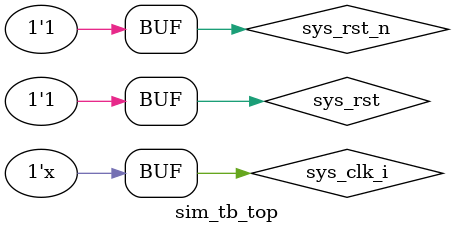
<source format=v>

`timescale 1ns/1ps

module sim_tb_top;


   //***************************************************************************
   // Traffic Gen related parameters
   //***************************************************************************
   parameter SIMULATION            = "TRUE";
   parameter BEGIN_ADDRESS         = 32'h00000000;
   parameter END_ADDRESS           = 32'h00000fff;
   parameter PRBS_EADDR_MASK_POS   = 32'hff000000;

   //***************************************************************************
   // The following parameters refer to width of various ports
   //***************************************************************************
   parameter COL_WIDTH             = 10;
                                     // # of memory Column Address bits.
   parameter CS_WIDTH              = 1;
                                     // # of unique CS outputs to memory.
   parameter DM_WIDTH              = 2;
                                     // # of DM (data mask)
   parameter DQ_WIDTH              = 16;
                                     // # of DQ (data)
   parameter DQS_WIDTH             = 2;
   parameter DQS_CNT_WIDTH         = 1;
                                     // = ceil(log2(DQS_WIDTH))
   parameter DRAM_WIDTH            = 8;
                                     // # of DQ per DQS
   parameter ECC                   = "OFF";
   parameter RANKS                 = 1;
                                     // # of Ranks.
   parameter ODT_WIDTH             = 1;
                                     // # of ODT outputs to memory.
   parameter ROW_WIDTH             = 14;
                                     // # of memory Row Address bits.
   parameter ADDR_WIDTH            = 28;
                                     // # = RANK_WIDTH + BANK_WIDTH
                                     //     + ROW_WIDTH + COL_WIDTH;
                                     // Chip Select is always tied to low for
                                     // single rank devices
   //***************************************************************************
   // The following parameters are mode register settings
   //***************************************************************************
   parameter BURST_MODE            = "8";
                                     // DDR3 SDRAM:
                                     // Burst Length (Mode Register 0).
                                     // # = "8", "4", "OTF".
                                     // DDR2 SDRAM:
                                     // Burst Length (Mode Register).
                                     // # = "8", "4".
   parameter CA_MIRROR             = "OFF";
                                     // C/A mirror opt for DDR3 dual rank
   
   //***************************************************************************
   // The following parameters are multiplier and divisor factors for PLLE2.
   // Based on the selected design frequency these parameters vary.
   //***************************************************************************
   parameter CLKIN_PERIOD          = 10;  //Ĭ��5000
                                     // Input Clock Period


   //***************************************************************************
   // Simulation parameters
   //***************************************************************************
   parameter SIM_BYPASS_INIT_CAL   = "SIM_INIT_CAL_FULL";//Ĭ��FAST
                                     // # = "SIM_INIT_CAL_FULL" -  Complete
                                     //              memory init &
                                     //              calibration sequence
                                     // # = "SKIP" - Not supported
                                     // # = "FAST" - Complete memory init & use
                                     //              abbreviated calib sequence

   //***************************************************************************
   // IODELAY and PHY related parameters
   //***************************************************************************
   parameter TCQ                   = 100;
   //***************************************************************************
   // IODELAY and PHY related parameters
   //***************************************************************************
   parameter RST_ACT_LOW           = 1;
                                     // =1 for active low reset,
                                     // =0 for active high.

   //***************************************************************************
   // Referece clock frequency parameters
   //***************************************************************************
   parameter REFCLK_FREQ           = 100.0; //Ĭ��200
                                     // IODELAYCTRL reference clock frequency
   //***************************************************************************
   // System clock frequency parameters
   //***************************************************************************
   parameter tCK                   = 2.5;
                                     // memory tCK paramter.
                     // # = Clock Period in pS.
   parameter nCK_PER_CLK           = 4;
                                     // # of memory CKs per fabric CLK

   
   //***************************************************************************
   // AXI4 Shim parameters
   //***************************************************************************
   parameter C_S_AXI_ID_WIDTH              = 4;
                                             // Width of all master and slave ID signals.
                                             // # = >= 1.
   parameter C_S_AXI_ADDR_WIDTH            = 28;
                                             // Width of S_AXI_AWADDR, S_AXI_ARADDR, M_AXI_AWADDR and
                                             // M_AXI_ARADDR for all SI/MI slots.
                                             // # = 32.
   parameter C_S_AXI_DATA_WIDTH            = 128;
                                             // Width of WDATA and RDATA on SI slot.
                                             // Must be <= APP_DATA_WIDTH.
                                             // # = 32, 64, 128, 256.
   parameter C_S_AXI_SUPPORTS_NARROW_BURST = 0;
                                             // Indicates whether to instatiate upsizer
                                             // Range: 0, 1


   //***************************************************************************
   // Debug and Internal parameters
   //***************************************************************************
   parameter DEBUG_PORT            = "OFF";
                                     // # = "ON" Enable debug signals/controls.
                                     //   = "OFF" Disable debug signals/controls.
   //***************************************************************************
   // Debug and Internal parameters
   //***************************************************************************
   parameter DRAM_TYPE             = "DDR3";

    

  //**************************************************************************//
  // Local parameters Declarations
  //**************************************************************************//

  localparam real TPROP_DQS          = 0.00;
                                       // Delay for DQS signal during Write Operation
  localparam real TPROP_DQS_RD       = 0.00;
                       // Delay for DQS signal during Read Operation
  localparam real TPROP_PCB_CTRL     = 0.00;
                       // Delay for Address and Ctrl signals
  localparam real TPROP_PCB_DATA     = 0.00;
                       // Delay for data signal during Write operation
  localparam real TPROP_PCB_DATA_RD  = 0.00;
                       // Delay for data signal during Read operation

  localparam MEMORY_WIDTH            = 16;
  localparam NUM_COMP                = DQ_WIDTH/MEMORY_WIDTH;
  localparam ECC_TEST 		   	= "OFF" ;
  localparam ERR_INSERT = (ECC_TEST == "ON") ? "OFF" : ECC ;
  

  localparam real REFCLK_PERIOD = (1000.0/(2*REFCLK_FREQ));
  localparam RESET_PERIOD = 2000; //in nSec  2000_00
  localparam real SYSCLK_PERIOD = tCK;
    
    

  //**************************************************************************//
  // Wire Declarations
  //**************************************************************************//
  reg                                sys_rst_n;
  wire                               sys_rst;


  reg                     sys_clk_i;

  reg clk_ref_i;

  
  wire                               ddr3_reset_n;
  wire [DQ_WIDTH-1:0]                ddr3_dq_fpga;
  wire [DQS_WIDTH-1:0]               ddr3_dqs_p_fpga;
  wire [DQS_WIDTH-1:0]               ddr3_dqs_n_fpga;
  wire [ROW_WIDTH-1:0]               ddr3_addr_fpga;
  wire [3-1:0]              ddr3_ba_fpga;
  wire                               ddr3_ras_n_fpga;
  wire                               ddr3_cas_n_fpga;
  wire                               ddr3_we_n_fpga;
  wire [1-1:0]               ddr3_cke_fpga;
  wire [1-1:0]                ddr3_ck_p_fpga;
  wire [1-1:0]                ddr3_ck_n_fpga;
    
  
  wire                               init_calib_complete;
  wire                               tg_compare_error;
  wire [(CS_WIDTH*1)-1:0] ddr3_cs_n_fpga;
    
  wire [DM_WIDTH-1:0]                ddr3_dm_fpga;
    
  wire [ODT_WIDTH-1:0]               ddr3_odt_fpga;
    
  
  reg [(CS_WIDTH*1)-1:0] ddr3_cs_n_sdram_tmp;
    
  reg [DM_WIDTH-1:0]                 ddr3_dm_sdram_tmp;
    
  reg [ODT_WIDTH-1:0]                ddr3_odt_sdram_tmp;
    

  
  wire [DQ_WIDTH-1:0]                ddr3_dq_sdram;
  reg [ROW_WIDTH-1:0]                ddr3_addr_sdram [0:1];
  reg [3-1:0]               ddr3_ba_sdram [0:1];
  reg                                ddr3_ras_n_sdram;
  reg                                ddr3_cas_n_sdram;
  reg                                ddr3_we_n_sdram;
  wire [(CS_WIDTH*1)-1:0] ddr3_cs_n_sdram;
  wire [ODT_WIDTH-1:0]               ddr3_odt_sdram;
  reg [1-1:0]                ddr3_cke_sdram;
  wire [DM_WIDTH-1:0]                ddr3_dm_sdram;
  wire [DQS_WIDTH-1:0]               ddr3_dqs_p_sdram;
  wire [DQS_WIDTH-1:0]               ddr3_dqs_n_sdram;
  reg [1-1:0]                 ddr3_ck_p_sdram;
  reg [1-1:0]                 ddr3_ck_n_sdram;
  
    

//**************************************************************************//

  //**************************************************************************//
  // Reset Generation
  //**************************************************************************//
  initial begin
    sys_rst_n = 1'b0;
    #RESET_PERIOD
      sys_rst_n = 1'b1;
   end

   assign sys_rst = RST_ACT_LOW ? sys_rst_n : ~sys_rst_n;

  //**************************************************************************//
  // Clock Generation
  //**************************************************************************//

  initial
    sys_clk_i = 1'b0;
  always
    sys_clk_i = #(CLKIN_PERIOD/2.0) ~sys_clk_i;

/*
  initial
    clk_ref_i = 1'b0;
  always
    clk_ref_i = #REFCLK_PERIOD ~clk_ref_i;
*/



  always @( * ) begin
    ddr3_ck_p_sdram      <=  #(TPROP_PCB_CTRL) ddr3_ck_p_fpga;
    ddr3_ck_n_sdram      <=  #(TPROP_PCB_CTRL) ddr3_ck_n_fpga;
    ddr3_addr_sdram[0]   <=  #(TPROP_PCB_CTRL) ddr3_addr_fpga;
    ddr3_addr_sdram[1]   <=  #(TPROP_PCB_CTRL) (CA_MIRROR == "ON") ?
                                                 {ddr3_addr_fpga[ROW_WIDTH-1:9],
                                                  ddr3_addr_fpga[7], ddr3_addr_fpga[8],
                                                  ddr3_addr_fpga[5], ddr3_addr_fpga[6],
                                                  ddr3_addr_fpga[3], ddr3_addr_fpga[4],
                                                  ddr3_addr_fpga[2:0]} :
                                                 ddr3_addr_fpga;
    ddr3_ba_sdram[0]     <=  #(TPROP_PCB_CTRL) ddr3_ba_fpga;
    ddr3_ba_sdram[1]     <=  #(TPROP_PCB_CTRL) (CA_MIRROR == "ON") ?
                                                 {ddr3_ba_fpga[3-1:2],
                                                  ddr3_ba_fpga[0],
                                                  ddr3_ba_fpga[1]} :
                                                 ddr3_ba_fpga;
    ddr3_ras_n_sdram     <=  #(TPROP_PCB_CTRL) ddr3_ras_n_fpga;
    ddr3_cas_n_sdram     <=  #(TPROP_PCB_CTRL) ddr3_cas_n_fpga;
    ddr3_we_n_sdram      <=  #(TPROP_PCB_CTRL) ddr3_we_n_fpga;
    ddr3_cke_sdram       <=  #(TPROP_PCB_CTRL) ddr3_cke_fpga;
  end
    

  always @( * )
    ddr3_cs_n_sdram_tmp   <=  #(TPROP_PCB_CTRL) ddr3_cs_n_fpga;
  assign ddr3_cs_n_sdram =  ddr3_cs_n_sdram_tmp;
    

  always @( * )
    ddr3_dm_sdram_tmp <=  #(TPROP_PCB_DATA) ddr3_dm_fpga;//DM signal generation
  assign ddr3_dm_sdram = ddr3_dm_sdram_tmp;
    

  always @( * )
    ddr3_odt_sdram_tmp  <=  #(TPROP_PCB_CTRL) ddr3_odt_fpga;
  assign ddr3_odt_sdram =  ddr3_odt_sdram_tmp;
    

// Controlling the bi-directional BUS

  genvar dqwd;
  generate
    for (dqwd = 1;dqwd < DQ_WIDTH;dqwd = dqwd+1) begin : dq_delay
      WireDelay #
       (
        .Delay_g    (TPROP_PCB_DATA),
        .Delay_rd   (TPROP_PCB_DATA_RD),
        .ERR_INSERT ("OFF")
       )
      u_delay_dq
       (
        .A             (ddr3_dq_fpga[dqwd]),
        .B             (ddr3_dq_sdram[dqwd]),
        .reset         (sys_rst_n),
        .phy_init_done (init_calib_complete)
       );
    end
          WireDelay #
       (
        .Delay_g    (TPROP_PCB_DATA),
        .Delay_rd   (TPROP_PCB_DATA_RD),
        .ERR_INSERT ("OFF")
       )
      u_delay_dq_0
       (
        .A             (ddr3_dq_fpga[0]),
        .B             (ddr3_dq_sdram[0]),
        .reset         (sys_rst_n),
        .phy_init_done (init_calib_complete)
       );
  endgenerate

  genvar dqswd;
  generate
    for (dqswd = 0;dqswd < DQS_WIDTH;dqswd = dqswd+1) begin : dqs_delay
      WireDelay #
       (
        .Delay_g    (TPROP_DQS),
        .Delay_rd   (TPROP_DQS_RD),
        .ERR_INSERT ("OFF")
       )
      u_delay_dqs_p
       (
        .A             (ddr3_dqs_p_fpga[dqswd]),
        .B             (ddr3_dqs_p_sdram[dqswd]),
        .reset         (sys_rst_n),
        .phy_init_done (init_calib_complete)
       );

      WireDelay #
       (
        .Delay_g    (TPROP_DQS),
        .Delay_rd   (TPROP_DQS_RD),
        .ERR_INSERT ("OFF")
       )
      u_delay_dqs_n
       (
        .A             (ddr3_dqs_n_fpga[dqswd]),
        .B             (ddr3_dqs_n_sdram[dqswd]),
        .reset         (sys_rst_n),
        .phy_init_done (init_calib_complete)
       );
    end
  endgenerate
    

    

  //===========================================================================
  //                         FPGA Memory Controller
  //===========================================================================

  example_top #
    (

     .SIMULATION                (SIMULATION),
     .BEGIN_ADDRESS             (BEGIN_ADDRESS),
     .END_ADDRESS               (END_ADDRESS),
     .PRBS_EADDR_MASK_POS       (PRBS_EADDR_MASK_POS),

     .COL_WIDTH                 (COL_WIDTH),
     .CS_WIDTH                  (CS_WIDTH),
     .DM_WIDTH                  (DM_WIDTH),
    
     .DQ_WIDTH                  (DQ_WIDTH),
     .DQS_CNT_WIDTH             (DQS_CNT_WIDTH),
     .DRAM_WIDTH                (DRAM_WIDTH),
     .ECC_TEST                  (ECC_TEST),
     .RANKS                     (RANKS),
     .ROW_WIDTH                 (ROW_WIDTH),
     .ADDR_WIDTH                (ADDR_WIDTH),
     .BURST_MODE                (BURST_MODE),
     .TCQ                       (TCQ),

     
    .DRAM_TYPE                 (DRAM_TYPE),
    
     
    .nCK_PER_CLK               (nCK_PER_CLK),
    
     
     .C_S_AXI_ID_WIDTH          (C_S_AXI_ID_WIDTH),
     .C_S_AXI_ADDR_WIDTH        (C_S_AXI_ADDR_WIDTH),
     .C_S_AXI_DATA_WIDTH        (C_S_AXI_DATA_WIDTH),
     .C_S_AXI_SUPPORTS_NARROW_BURST (C_S_AXI_SUPPORTS_NARROW_BURST),
    
     .DEBUG_PORT                (DEBUG_PORT),
    
     .RST_ACT_LOW               (RST_ACT_LOW)
    )
   u_ip_top
     (

     .ddr3_dq              (ddr3_dq_fpga),
     .ddr3_dqs_n           (ddr3_dqs_n_fpga),
     .ddr3_dqs_p           (ddr3_dqs_p_fpga),

     .ddr3_addr            (ddr3_addr_fpga),
     .ddr3_ba              (ddr3_ba_fpga),
     .ddr3_ras_n           (ddr3_ras_n_fpga),
     .ddr3_cas_n           (ddr3_cas_n_fpga),
     .ddr3_we_n            (ddr3_we_n_fpga),
     .ddr3_reset_n         (ddr3_reset_n),
     .ddr3_ck_p            (ddr3_ck_p_fpga),
     .ddr3_ck_n            (ddr3_ck_n_fpga),
     .ddr3_cke             (ddr3_cke_fpga),
     .ddr3_cs_n            (ddr3_cs_n_fpga),
    
     .ddr3_dm              (ddr3_dm_fpga),
    
     .ddr3_odt             (ddr3_odt_fpga),
    
     
     .sys_clk_i            (sys_clk_i),
    
      .init_calib_complete (init_calib_complete),
      .tg_compare_error    (tg_compare_error),
      .sys_rst             (sys_rst)
     );

  //**************************************************************************//
  // Memory Models instantiations
  //**************************************************************************//

  genvar r,i;
  generate
    for (r = 0; r < CS_WIDTH; r = r + 1) begin: mem_rnk
      if(DQ_WIDTH/16) begin: mem
        for (i = 0; i < NUM_COMP; i = i + 1) begin: gen_mem
          ddr3_model u_comp_ddr3
            (
             .rst_n   (ddr3_reset_n),
             .ck      (ddr3_ck_p_sdram),
             .ck_n    (ddr3_ck_n_sdram),
             .cke     (ddr3_cke_sdram[r]),
             .cs_n    (ddr3_cs_n_sdram[r]),
             .ras_n   (ddr3_ras_n_sdram),
             .cas_n   (ddr3_cas_n_sdram),
             .we_n    (ddr3_we_n_sdram),
             .dm_tdqs (ddr3_dm_sdram[(2*(i+1)-1):(2*i)]),
             .ba      (ddr3_ba_sdram[r]),
             .addr    (ddr3_addr_sdram[r]),
             .dq      (ddr3_dq_sdram[16*(i+1)-1:16*(i)]),
             .dqs     (ddr3_dqs_p_sdram[(2*(i+1)-1):(2*i)]),
             .dqs_n   (ddr3_dqs_n_sdram[(2*(i+1)-1):(2*i)]),
             .tdqs_n  (),
             .odt     (ddr3_odt_sdram[r])
             );
        end
      end
      if (DQ_WIDTH%16) begin: gen_mem_extrabits
        ddr3_model u_comp_ddr3
          (
           .rst_n   (ddr3_reset_n),
           .ck      (ddr3_ck_p_sdram),
           .ck_n    (ddr3_ck_n_sdram),
           .cke     (ddr3_cke_sdram[r]),
           .cs_n    (ddr3_cs_n_sdram[r]),
           .ras_n   (ddr3_ras_n_sdram),
           .cas_n   (ddr3_cas_n_sdram),
           .we_n    (ddr3_we_n_sdram),
           .dm_tdqs ({ddr3_dm_sdram[DM_WIDTH-1],ddr3_dm_sdram[DM_WIDTH-1]}),
           .ba      (ddr3_ba_sdram[r]),
           .addr    (ddr3_addr_sdram[r]),
           .dq      ({ddr3_dq_sdram[DQ_WIDTH-1:(DQ_WIDTH-8)],
                      ddr3_dq_sdram[DQ_WIDTH-1:(DQ_WIDTH-8)]}),
           .dqs     ({ddr3_dqs_p_sdram[DQS_WIDTH-1],
                      ddr3_dqs_p_sdram[DQS_WIDTH-1]}),
           .dqs_n   ({ddr3_dqs_n_sdram[DQS_WIDTH-1],
                      ddr3_dqs_n_sdram[DQS_WIDTH-1]}),
           .tdqs_n  (),
           .odt     (ddr3_odt_sdram[r])
           );
      end
    end
  endgenerate
    
    


  //***************************************************************************
  // Reporting the test case status
  // Status reporting logic exists both in simulation test bench (sim_tb_top)
  // and sim.do file for ModelSim. Any update in simulation run time or time out
  // in this file need to be updated in sim.do file as well.
  //***************************************************************************
  /*initial
  begin : Logging
     fork
        begin : calibration_done
           wait (init_calib_complete);
           $display("Calibration Done");
           #50000000.0;
           if (!tg_compare_error) begin
              $display("TEST PASSED");
           end
           else begin
              $display("TEST FAILED: DATA ERROR");
           end
           disable calib_not_done;
            $finish;
        end

        begin : calib_not_done
           if (SIM_BYPASS_INIT_CAL == "SIM_INIT_CAL_FULL")
             #2500000000.0;
           else
             #1000000000.0;
           if (!init_calib_complete) begin
              $display("TEST FAILED: INITIALIZATION DID NOT COMPLETE");
           end
           disable calibration_done;
            $finish;
        end
     join
  end*/
    
endmodule


</source>
